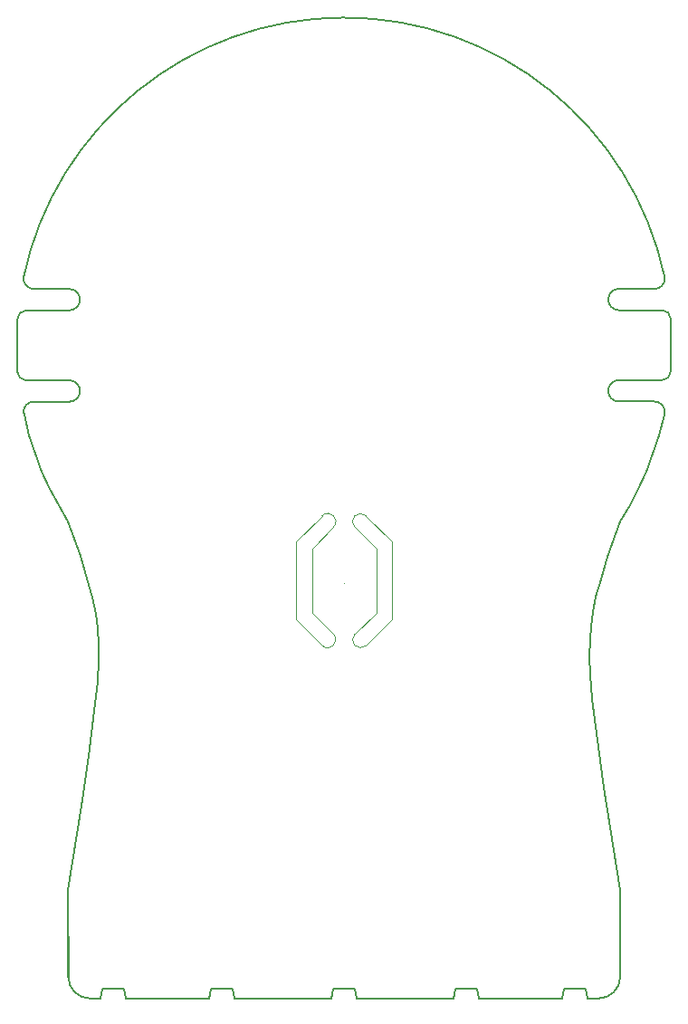
<source format=gko>
G04*
G04 #@! TF.GenerationSoftware,Altium Limited,Altium Designer,18.1.9 (240)*
G04*
G04 Layer_Color=16711935*
%FSLAX44Y44*%
%MOMM*%
G71*
G01*
G75*
%ADD11C,0.2000*%
%ADD12C,0.1000*%
%ADD19C,0.1001*%
%ADD180C,0.1200*%
G36*
X650Y-223520D02*
Y-222520D01*
X-350D01*
Y-223520D01*
X650D01*
D02*
G37*
D11*
X238151Y-610709D02*
G03*
X258151Y-590735I26J19974D01*
G01*
X-257850Y-590735D02*
G03*
X-237850Y-610735I20000J0D01*
G01*
X299631Y64442D02*
G03*
X-300000Y62700I-299631J-64442D01*
G01*
X-257850Y-590735D02*
G03*
X-237850Y-610735I20000J0D01*
G01*
X238151Y-610735D02*
G03*
X258151Y-590735I0J20000D01*
G01*
X290000Y52593D02*
G03*
X300000Y62593I0J10000D01*
G01*
X257005Y52855D02*
G03*
X247005Y42855I0J-10000D01*
G01*
X247005D02*
G03*
X257005Y32855I10000J0D01*
G01*
X305505Y24855D02*
G03*
X297505Y32855I-8000J0D01*
G01*
X257005Y-32545D02*
G03*
X247005Y-42545I-0J-10000D01*
G01*
X247005D02*
G03*
X257005Y-52545I10000J0D01*
G01*
X300000Y-62512D02*
G03*
X290000Y-52512I-10000J0D01*
G01*
X297505Y-32545D02*
G03*
X305505Y-24545I0J8000D01*
G01*
X-290000Y-52700D02*
G03*
X-300000Y-62700I0J-10000D01*
G01*
X-300000Y62700D02*
G03*
X-290000Y52700I10000J0D01*
G01*
X-257000Y32700D02*
G03*
X-247000Y42700I0J10000D01*
G01*
D02*
G03*
X-257000Y52700I-10000J0D01*
G01*
Y-52700D02*
G03*
X-247000Y-42700I0J10000D01*
G01*
D02*
G03*
X-257000Y-32700I-10000J-0D01*
G01*
X-305500Y-24700D02*
G03*
X-297500Y-32700I8000J0D01*
G01*
Y32700D02*
G03*
X-305500Y24700I0J-8000D01*
G01*
X258000Y-592500D02*
Y-509537D01*
X243218Y-413520D02*
X258000Y-509537D01*
X-258000D02*
X-245829Y-431007D01*
X-258000Y-590735D02*
Y-509537D01*
X228074Y-610735D02*
X237490D01*
X226050Y-601845D02*
X228074Y-610735D01*
X-227750Y-610735D02*
X-225750Y-601735D01*
X-205750D01*
X204074Y-610845D02*
X206050Y-601845D01*
X-237850Y-610735D02*
X-227750D01*
X-237850D02*
X-227750Y-610735D01*
X126474Y-610845D02*
X204074D01*
X124450Y-601845D02*
X126474Y-610845D01*
X204074D02*
X206050Y-601845D01*
X226050D02*
X228074Y-610735D01*
X206050Y-601845D02*
X226050D01*
X228074Y-610735D02*
X238151D01*
X-225750Y-601735D02*
X-205750D01*
X-227750Y-610735D02*
X-225750Y-601735D01*
X-203752Y-610726D02*
X-126150Y-610845D01*
X-124150Y-601735D01*
X-104150Y-601845D01*
X-102126Y-610731D01*
X-11826Y-610849D01*
X-9850Y-601845D01*
X10150D01*
X12174Y-610845D01*
X102474D01*
X104450Y-601845D01*
X124450D01*
X-205750Y-601735D02*
X-203752Y-610726D01*
X-300000Y-62700D02*
X-299353Y-65017D01*
X299353D02*
X300000Y-62512D01*
X299778Y64473D02*
X300000Y62593D01*
X257085Y52854D02*
X290000Y52593D01*
X257005Y-52545D02*
X290033D01*
X257005Y-32545D02*
X297505D01*
X305505Y-24545D02*
Y24855D01*
X257005Y32855D02*
X297505D01*
X-290000Y-52700D02*
X-257000D01*
X-290000Y52700D02*
X-257000D01*
X-297500Y32700D02*
X-257000Y32700D01*
X-305500Y-24700D02*
Y24700D01*
X-297500Y-32700D02*
X-257000D01*
X-245829Y-431007D02*
X-239007Y-384316D01*
X-233527Y-342045D01*
X-230813Y-314760D01*
X-229690Y-294945D01*
X-229667Y-278978D01*
X-230570Y-264781D02*
X-229667Y-278978D01*
X-232430Y-250881D02*
X-230570Y-264781D01*
X-235469Y-235906D02*
X-232430Y-250881D01*
X-240168Y-218169D02*
X-235469Y-235906D01*
X-246785Y-197066D02*
X-240168Y-218169D01*
X-258000Y-165000D02*
X-246785Y-197066D01*
X-267106Y-149812D02*
X-258000Y-165000D01*
X-275318Y-134123D02*
X-267106Y-149812D01*
X-282610Y-117986D02*
X-275318Y-134123D01*
X-288957Y-101454D02*
X-282610Y-117986D01*
X-294338Y-84582D02*
X-288957Y-101454D01*
X-299353Y-65017D02*
X-294338Y-84582D01*
X294338Y-84582D02*
X299353Y-65017D01*
X288957Y-101454D02*
X294338Y-84582D01*
X282610Y-117985D02*
X288957Y-101454D01*
X275318Y-134123D02*
X282610Y-117985D01*
X267106Y-149812D02*
X275318Y-134123D01*
X258000Y-165000D02*
X267106Y-149812D01*
X246675Y-197398D02*
X258000Y-165000D01*
X240032Y-218638D02*
X246675Y-197398D01*
X235585Y-235413D02*
X240032Y-218638D01*
X232645Y-249630D02*
X235585Y-235413D01*
X230775Y-262799D02*
X232645Y-249630D01*
X229773Y-276102D02*
X230775Y-262799D01*
X229593Y-290732D02*
X229773Y-276102D01*
X229593Y-290732D02*
X230338Y-308215D01*
X232301Y-330881D01*
X236087Y-362769D01*
X243218Y-413520D01*
D12*
X258151Y-590735D02*
Y-581660D01*
X-237490Y-610735D02*
X-227750D01*
X206050Y-601845D02*
X226050D01*
X-257850Y-590735D02*
X-257780Y-552448D01*
X-104150Y-601845D02*
X-102150Y-610845D01*
X10150Y-601845D02*
X12174Y-610845D01*
X-11826Y-610849D02*
X-9850Y-601845D01*
X102474Y-610845D02*
X104450Y-601845D01*
X124450D02*
X126474Y-610845D01*
X-126150D02*
X-124150Y-601845D01*
X126474Y-610845D02*
X204074D01*
X-203750Y-610735D02*
X-126126D01*
X-124150Y-601735D02*
X-104150D01*
X-9850Y-601845D02*
X10150D01*
X-102126Y-610731D02*
X-11826Y-610849D01*
X104450Y-601845D02*
X124450D01*
X12174Y-610845D02*
X102474D01*
X-205750Y-601735D02*
X-203750Y-610735D01*
X-205750Y-601735D02*
X-203752Y-610726D01*
X10000Y-270000D02*
G03*
X20599Y-280599I5300J-5300D01*
G01*
Y-159401D02*
G03*
X10000Y-170000I-5300J-5300D01*
G01*
X-20599Y-280599D02*
G03*
X-10000Y-270000I5300J5300D01*
G01*
Y-170000D02*
G03*
X-20599Y-159401I-5300J5300D01*
G01*
X45001Y-256200D02*
Y-183800D01*
X20599Y-280599D02*
X45001Y-256200D01*
X20599Y-159401D02*
X45001Y-183800D01*
X10000Y-270000D02*
X30000Y-250000D01*
X10000Y-170000D02*
X30000Y-190000D01*
X-45001Y-256200D02*
Y-183800D01*
Y-256200D02*
X-20599Y-280599D01*
X-30000Y-250000D02*
X-10000Y-270000D01*
X-45001Y-183800D02*
X-20599Y-159401D01*
X-30000Y-190000D02*
X-10000Y-170000D01*
D19*
X30000Y-250000D02*
Y-190000D01*
X-30000Y-250000D02*
Y-190000D01*
D180*
X-257000Y32545D02*
G03*
X-247000Y42545I0J10000D01*
G01*
X-297500Y32545D02*
G03*
X-305500Y24545I0J-8000D01*
G01*
Y-24855D02*
G03*
X-297500Y-32855I8000J0D01*
G01*
X-247000Y-42855D02*
G03*
X-257000Y-32855I-10000J0D01*
G01*
Y32545D02*
G03*
X-247000Y42545I0J10000D01*
G01*
X-297500Y32545D02*
G03*
X-305500Y24545I0J-8000D01*
G01*
Y-24855D02*
G03*
X-297500Y-32855I8000J0D01*
G01*
X-247000Y-42855D02*
G03*
X-257000Y-32855I-10000J0D01*
G01*
Y-52855D02*
G03*
X-247000Y-42855I0J10000D01*
G01*
Y42545D02*
G03*
X-257000Y52545I-10000J0D01*
G01*
X247005Y-42545D02*
G03*
X257005Y-52545I10000J0D01*
G01*
Y52855D02*
G03*
X247005Y42855I0J-10000D01*
G01*
D02*
G03*
X257005Y32855I10000J0D01*
G01*
X305505Y24855D02*
G03*
X297505Y32855I-8000J0D01*
G01*
Y-32545D02*
G03*
X305505Y-24545I0J8000D01*
G01*
X257005Y-32545D02*
G03*
X247005Y-42545I0J-10000D01*
G01*
Y42855D02*
G03*
X257005Y32855I10000J0D01*
G01*
X305505Y24855D02*
G03*
X297505Y32855I-8000J0D01*
G01*
Y-32545D02*
G03*
X305505Y-24545I0J8000D01*
G01*
X257005Y-32545D02*
G03*
X247005Y-42545I0J-10000D01*
G01*
X-297500Y32545D02*
X-257000D01*
X-305500Y-24855D02*
Y24545D01*
X-297500Y-32855D02*
X-257000D01*
X-297500Y32545D02*
X-257000D01*
X-305500Y-24855D02*
Y24545D01*
X-297500Y-32855D02*
X-257000D01*
X-273500Y-52855D02*
X-257000D01*
X-273500Y52545D02*
X-257000D01*
X257005Y-52545D02*
X273505D01*
X257005Y52855D02*
X273505D01*
X257005Y32855D02*
X297505D01*
X305505Y-24545D02*
Y24855D01*
X257005Y-32545D02*
X297505D01*
X257005Y32855D02*
X297505D01*
X305505Y-24545D02*
Y24855D01*
X257005Y-32545D02*
X297505D01*
M02*

</source>
